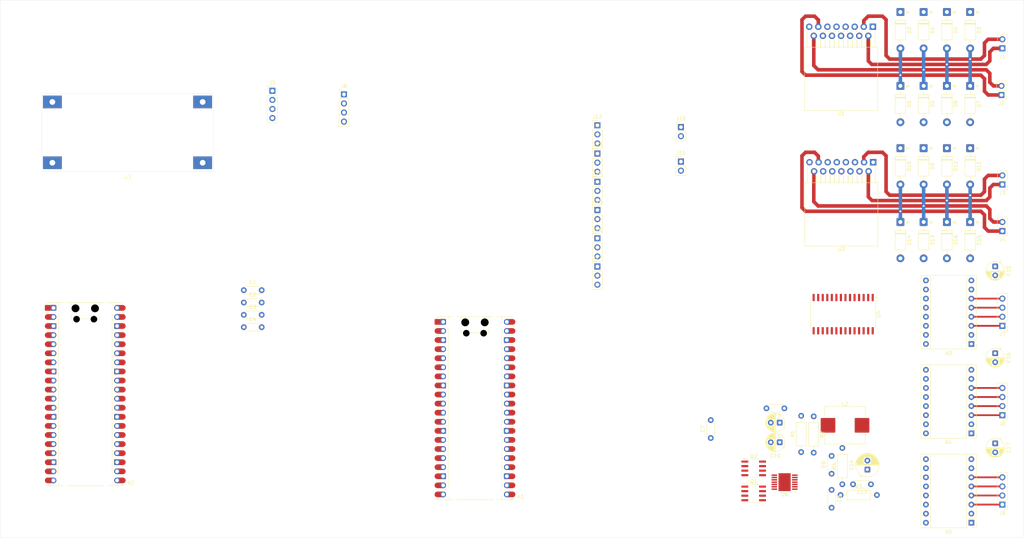
<source format=kicad_pcb>
(kicad_pcb (version 20241229) (generator "pcbnew") (generator_version "9.0")
  (layers (0 "F.Cu" signal) (2 "B.Cu" signal) (13 "F.Paste" user) (15 "B.Paste" user) (5 "F.SilkS" user "F.Silkscreen") (7 "B.SilkS" user "B.Silkscreen") (1 "F.Mask" user) (3 "B.Mask" user) (25 "Edge.Cuts" user))
  (net 0 "")
  (net 3 "I2C 0 SCL")
  (net 4 "Motor 2 Activation Pin")
  (net 5 "GNDPWR")
  (net 7 "Servo 3 PWM")
  (net 10 "Servo 2 PWM")
  (net 13 "+5VL")
  (net 16 "Servo 4 PWM")
  (net 18 "Servo 5 PWM")
  (net 20 "Motor 1 Activation Pin")
  (net 23 "Servo 1 PWM")
  (net 24 "Servo 6 PWM")
  (net 28 "Motor 3 Activation Pin")
  (net 30 "I2C 0 SDA")
  (net 33 "Motor 4 Activation Pin")
  (net 45 "I2C 1 SCL")
  (net 53 "I2C 1 SDA")
  (net 68 "Net-(A3-1A)")
  (net 69 "Net-(A3-1B)")
  (net 70 "Stepper 0 Sleep")
  (net 71 "Net-(A3-2A)")
  (net 72 "Steppers Dir")
  (net 73 "Stepper 0 Step")
  (net 74 "+12V")
  (net 75 "Net-(A3-2B)")
  (net 78 "Net-(A4-1B)")
  (net 80 "Stepper 1 Sleep")
  (net 81 "Net-(A4-2A)")
  (net 82 "Net-(A4-1A)")
  (net 85 "Net-(A4-2B)")
  (net 86 "Stepper 1 Step")
  (net 89 "Stepper 2 Sleep")
  (net 90 "Net-(A5-1B)")
  (net 91 "Net-(A5-1A)")
  (net 92 "Net-(A5-2A)")
  (net 93 "Stepper 2 Step")
  (net 96 "Net-(A5-2B)")
  (net 97 "Net-(U6-SW)")
  (net 98 "Net-(U6-BST)")
  (net 99 "Net-(U6-VCC)")
  (net 100 "Net-(U6-SS)")
  (net 101 "Net-(U6-FB)")
  (net 102 "+5VP")
  (net 103 "Net-(C14-Pad2)")
  (net 104 "Net-(D1-A)")
  (net 105 "Net-(D2-A)")
  (net 106 "Net-(D3-A)")
  (net 107 "Net-(D4-A)")
  (net 108 "Net-(D13-K)")
  (net 109 "Net-(D10-A)")
  (net 110 "Net-(D11-A)")
  (net 111 "Net-(D12-A)")
  (net 112 "Net-(J10-Pin_2)")
  (net 113 "Net-(Q1-G)")
  (net 114 "Net-(Q2-G)")
  (net 115 "Net-(U6-ILIM)")
  (net 116 "Net-(U6-RON)")
  (net 117 "Motor 1 Direction Pin 2")
  (net 118 "Motor 1 Direction Pin 1")
  (net 119 "Motor 2 Direction Pin 2")
  (net 120 "Motor 2 Direction Pin 1")
  (net 121 "Motor 4 Direction Pin 2")
  (net 122 "Motor 3 Direction Pin 1")
  (net 123 "Motor 3 Direction Pin 2")
  (net 124 "Motor 4 Direction Pin 1")
  (footprint "Connector_PinHeader_2.54mm:PinHeader_1x02_P2.54mm_Vertical" (layer "F.Cu") (at 389 76.58 180)
    (property "Reference" "J3")
    (property "Value" "Motor 2 Conn")
  )
  (footprint "Inductor_SMD:L_APV_APH1040" (layer "F.Cu") (at 345.025 143.95)
    (property "Reference" "L2")
    (property "Value" "1.8uH")
  )
  (footprint "Capacitor_THT:C_Disc_D4.3mm_W1.9mm_P5.00mm" (layer "F.Cu") (at 341.275 162 -90)
    (property "Reference" "C8")
    (property "Value" "2.2uF")
  )
  (footprint "Module:Pololu_Breakout-16_15.2x20.3mm" (layer "F.Cu") (at 380.34 121.2 180)
    (property "Reference" "A3")
    (property "Value" "Pololu_Breakout_A4988")
  )
  (footprint "Package_SO:SOIC-8_3.9x4.9mm_P1.27mm" (layer "F.Cu") (at 319.5 156)
    (property "Reference" "Q2")
    (property "Value" "IRF8714PBF")
  )
  (footprint "Resistor_THT:R_Axial_DIN0207_L6.3mm_D2.5mm_P10.16mm_Horizontal" (layer "F.Cu") (at 336.275 141.45 -90)
    (property "Reference" "R2")
    (property "Value" "82.5kΩ")
  )
  (footprint "Diode_THT:D_DO-41_SOD81_P10.16mm_Horizontal" (layer "F.Cu") (at 380 28.34 -90)
    (property "Reference" "D3")
    (property "Value" "1N4007")
  )
  (footprint "Connector_PinHeader_2.54mm:PinHeader_1x03_P2.54mm_Vertical" (layer "F.Cu") (at 275.825354 60.03)
    (property "Reference" "J12")
    (property "Value" "Servo 4 Conn")
  )
  (footprint "Diode_THT:D_DO-41_SOD81_P10.16mm_Horizontal" (layer "F.Cu") (at 367 49 -90)
    (property "Reference" "D5")
    (property "Value" "1N4007")
  )
  (footprint "Connector_PinHeader_2.54mm:PinHeader_1x04_P2.54mm_Vertical" (layer "F.Cu") (at 389 166.12 180)
    (property "Reference" "J9")
    (property "Value" "Stepper 2 Conn")
  )
  (footprint "Diode_THT:D_DO-41_SOD81_P10.16mm_Horizontal" (layer "F.Cu") (at 380 87.08 -90)
    (property "Reference" "D15")
    (property "Value" "1N4007")
  )
  (footprint "Connector_PinHeader_2.54mm:PinHeader_1x04_P2.54mm_Vertical" (layer "F.Cu") (at 205 51.38)
    (property "Reference" "J6")
    (property "Value" "I2C 1 Conn")
  )
  (footprint "Module:RaspberryPi_Pico_Common_Unspecified" (layer "F.Cu") (at 132.69 135.23)
    (property "Reference" "A2")
    (property "Value" "RaspberryPi_Pico_W")
  )
  (footprint "Connector_PinHeader_2.54mm:PinHeader_1x03_P2.54mm_Vertical" (layer "F.Cu") (at 275.825354 67.93)
    (property "Reference" "J13")
    (property "Value" "Servo 1 Conn")
  )
  (footprint "Capacitor_THT:C_Disc_D4.3mm_W1.9mm_P5.00mm" (layer "F.Cu") (at 352.275 160.45 180)
    (property "Reference" "C13")
    (property "Value" "120pF")
  )
  (footprint "Package_SO:HTSSOP-14-1EP_4.4x5mm_P0.65mm_EP3.4x5mm_Mask3x3.1mm" (layer "F.Cu") (at 328.1375 159.85 180)
    (property "Reference" "U6")
    (property "Value" "LM3150MH")
  )
  (footprint "Module:Pololu_Breakout-16_15.2x20.3mm" (layer "F.Cu") (at 380.34 146.2 180)
    (property "Reference" "A4")
    (property "Value" "Pololu_Breakout_A4988")
  )
  (footprint "Connector_PinHeader_2.54mm:PinHeader_1x03_P2.54mm_Vertical" (layer "F.Cu") (at 275.825354 75.83)
    (property "Reference" "J14")
    (property "Value" "Servo 2 Conn")
  )
  (footprint "Connector_PinHeader_2.54mm:PinHeader_1x02_P2.54mm_Vertical" (layer "F.Cu") (at 388.75 51.54 180)
    (property "Reference" "J2")
    (property "Value" "Motor 1 Conn")
  )
  (footprint "Connector_PinHeader_2.54mm:PinHeader_1x02_P2.54mm_Vertical" (layer "F.Cu") (at 389 38.5 180)
    (property "Reference" "J1")
    (property "Value" "Motor 0 Conn")
  )
  (footprint "Capacitor_THT:C_Disc_D4.3mm_W1.9mm_P5.00mm" (layer "F.Cu") (at 177 109.6)
    (property "Reference" "C2")
    (property "Value" "100nF")
  )
  (footprint "Diode_THT:D_DO-41_SOD81_P10.16mm_Horizontal" (layer "F.Cu") (at 373.5 49 -90)
    (property "Reference" "D8")
    (property "Value" "1N4007")
  )
  (footprint "Capacitor_THT:CP_Radial_D5.0mm_P2.50mm" (layer "F.Cu") (at 387 149 -90)
    (property "Reference" "C17")
    (property "Value" "100uF")
  )
  (footprint "Capacitor_THT:CP_Radial_D5.0mm_P2.50mm" (layer "F.Cu") (at 387 123.794888 -90)
    (property "Reference" "C16")
    (property "Value" "100uF")
  )
  (footprint "Diode_THT:D_DO-41_SOD81_P10.16mm_Horizontal" (layer "F.Cu") (at 373.5 66.42 -90)
    (property "Reference" "D12")
    (property "Value" "1N4007")
  )
  (footprint "Diode_THT:D_DO-41_SOD81_P10.16mm_Horizontal" (layer "F.Cu") (at 380 49 -90)
    (property "Reference" "D7")
    (property "Value" "1N4007")
  )
  (footprint "Diode_THT:D_DO-41_SOD81_P10.16mm_Horizontal" (layer "F.Cu") (at 360.5 28.34 -90)
    (property "Reference" "D2")
    (property "Value" "1N4007")
  )
  (footprint "Package_SO:SOIC-8_3.9x4.9mm_P1.27mm" (layer "F.Cu") (at 319.5 163)
    (property "Reference" "Q1")
    (property "Value" "IRF8714PBF")
  )
  (footprint "Capacitor_THT:CP_Radial_D5.0mm_P2.50mm" (layer "F.Cu") (at 387 99.5 -90)
    (property "Reference" "C15")
    (property "Value" "100uF")
  )
  (footprint "Connector_PinHeader_2.54mm:PinHeader_1x03_P2.54mm_Vertical" (layer "F.Cu") (at 275.825354 91.63)
    (property "Reference" "J16")
    (property "Value" "Servo 5 Conn")
  )
  (footprint "Capacitor_THT:CP_Radial_D5.0mm_P2.50mm" (layer "F.Cu") (at 326.775 143.2 180)
    (property "Reference" "C11")
    (property "Value" "10uF")
  )
  (footprint "Capacitor_THT:C_Disc_D4.3mm_W1.9mm_P5.00mm" (layer "F.Cu") (at 177 113.05)
    (property "Reference" "C3")
    (property "Value" "100nF")
  )
  (footprint "Module:RaspberryPi_Pico_Common_Unspecified" (layer "F.Cu") (at 241.61 139.15)
    (property "Reference" "A1")
    (property "Value" "RaspberryPi_Pico")
  )
  (footprint "Diode_THT:D_DO-41_SOD81_P10.16mm_Horizontal" (layer "F.Cu") (at 360.5 66.42 -90)
    (property "Reference" "D10")
    (property "Value" "1N4007")
  )
  (footprint "Connector_PinHeader_2.54mm:PinHeader_1x03_P2.54mm_Vertical" (layer "F.Cu") (at 275.825354 83.73)
    (property "Reference" "J15")
    (property "Value" "Servo 3 Conn")
  )
  (footprint "Connector_PinHeader_2.54mm:PinHeader_1x02_P2.54mm_Vertical" (layer "F.Cu") (at 299.170354 70.18)
    (property "Reference" "J11")
    (property "Value" "BAU")
  )
  (footprint "LM2596S-Module:LM2596S-Module" (layer "F.Cu") (at 144.5 62)
    (property "Reference" "U3")
    (property "Value" "~")
    (fp_rect (start -24 -11) (end 24 11) (stroke (width 0.05)) (fill no) (layer "Edge.Cuts"))
  )
  (footprint "Diode_THT:D_DO-41_SOD81_P10.16mm_Horizontal" (layer "F.Cu") (at 373.5 87.08 -90)
    (property "Reference" "D16")
    (property "Value" "1N4007")
  )
  (footprint "Capacitor_THT:C_Disc_D4.3mm_W1.9mm_P5.00mm" (layer "F.Cu") (at 328.069888 139.2 180)
    (property "Reference" "C12")
    (property "Value" "100nF")
  )
  (footprint "Capacitor_THT:C_Disc_D4.3mm_W1.9mm_P5.00mm" (layer "F.Cu") (at 177 106.15)
    (property "Reference" "C1")
    (property "Value" "100nF")
  )
  (footprint "Package_SO:SOIC-28W_7.5x17.9mm_P1.27mm" (layer "F.Cu") (at 344.515 112.85 -90)
    (property "Reference" "U4")
    (property "Value" "MCP23017_SO")
  )
  (footprint "Diode_THT:D_DO-41_SOD81_P10.16mm_Horizontal" (layer "F.Cu") (at 373.5 28.34 -90)
    (property "Reference" "D4")
    (property "Value" "1N4007")
  )
  (footprint "Module:Pololu_Breakout-16_15.2x20.3mm" (layer "F.Cu") (at 380.34 171.2 180)
    (property "Reference" "A5")
    (property "Value" "Pololu_Breakout_A4988")
  )
  (footprint "Connector_PinHeader_2.54mm:PinHeader_1x03_P2.54mm_Vertical" (layer "F.Cu") (at 275.825354 99.53)
    (property "Reference" "J17")
    (property "Value" "Servo 6 Conn")
  )
  (footprint "Capacitor_THT:C_Disc_D4.3mm_W1.9mm_P5.00mm" (layer "F.Cu") (at 307.5 147.5 90)
    (property "Reference" "C7")
    (property "Value" "470nF")
  )
  (footprint "Diode_THT:D_DO-41_SOD81_P10.16mm_Horizontal" (layer "F.Cu") (at 367 28.34 -90)
    (property "Reference" "D1")
    (property "Value" "1N4007")
  )
  (footprint "Diode_THT:D_DO-41_SOD81_P10.16mm_Horizontal" (layer "F.Cu") (at 367 66.42 -90)
    (property "Reference" "D9")
    (property "Value" "1N4007")
  )
  (footprint "Resistor_THT:R_Axial_DIN0207_L6.3mm_D2.5mm_P10.16mm_Horizontal" (layer "F.Cu") (at 344.275 160.45 90)
    (property "Reference" "R4")
    (property "Value" "10kΩ")
  )
  (footprint "Capacitor_THT:CP_Radial_D6.3mm_P2.50mm" (layer "F.Cu") (at 351.275 156.317677 90)
    (property "Reference" "C14")
    (property "Value" "120uF")
  )
  (footprint "Package_TO_SOT_THT:TO-220-15_P2.54x2.54mm_StaggerOdd_Lead5.84mm_TabDown" (layer "F.Cu") (at 352.81 32.46 180)
    (property "Reference" "U1")
    (property "Value" "L298HN")
  )
  (footprint "Capacitor_THT:C_Disc_D4.3mm_W1.9mm_P5.00mm" (layer "F.Cu") (at 177 116.5)
    (property "Reference" "C4")
    (property "Value" "100nF")
  )
  (footprint "Resistor_THT:R_Axial_DIN0207_L6.3mm_D2.5mm_P10.16mm_Horizontal" (layer "F.Cu") (at 343.775 163.45)
    (property "Reference" "R3")
    (property "Value" "73.2kΩ")
  )
  (footprint "Capacitor_THT:C_Disc_D4.3mm_W1.9mm_P5.00mm" (layer "F.Cu") (at 341.275 157.5 90)
    (property "Reference" "C9")
    (property "Value" "15nF")
  )
  (footprint "Connector_PinHeader_2.54mm:PinHeader_1x04_P2.54mm_Vertical" (layer "F.Cu") (at 185 50.38)
    (property "Reference" "J5")
    (property "Value" "I2C 0 Conn")
  )
  (footprint "Diode_THT:D_DO-41_SOD81_P10.16mm_Horizontal" (layer "F.Cu") (at 380 66.42 -90)
    (property "Reference" "D11")
    (property "Value" "1N4007")
  )
  (footprint "Package_TO_SOT_THT:TO-220-15_P2.54x2.54mm_StaggerOdd_Lead5.84mm_TabDown" (layer "F.Cu") (at 352.89 70.36 180)
    (property "Reference" "U2")
    (property "Value" "L298HN")
  )
  (footprint "Diode_THT:D_DO-41_SOD81_P10.16mm_Horizontal" (layer "F.Cu") (at 360.5 49 -90)
    (property "Reference" "D6")
    (property "Value" "1N4007")
  )
  (footprint "Connector_PinHeader_2.54mm:PinHeader_1x04_P2.54mm_Vertical" (layer "F.Cu") (at 389 141.12 180)
    (property "Reference" "J8")
    (property "Value" "Stepper 1 Conn")
  )
  (footprint "Diode_THT:D_DO-41_SOD81_P10.16mm_Horizontal" (layer "F.Cu") (at 360.5 87.08 -90)
    (property "Reference" "D14")
    (property "Value" "1N4007")
  )
  (footprint "Connector_PinHeader_2.54mm:PinHeader_1x02_P2.54mm_Vertical" (layer "F.Cu") (at 389 89.62 180)
    (property "Reference" "J4")
    (property "Value" "Motor 3 Conn")
  )
  (footprint "Connector_PinHeader_2.54mm:PinHeader_1x04_P2.54mm_Vertical" (layer "F.Cu") (at 389 116.12 180)
    (property "Reference" "J7")
    (property "Value" "Stepper 0 Conn")
  )
  (footprint "Capacitor_THT:CP_Radial_D5.0mm_P2.50mm" (layer "F.Cu") (at 326.775 148.7 180)
    (property "Reference" "C10")
    (property "Value" "10uF")
  )
  (footprint "Diode_THT:D_DO-41_SOD81_P10.16mm_Horizontal" (layer "F.Cu") (at 367 87.08 -90)
    (property "Reference" "D13")
    (property "Value" "1N4007")
  )
  (footprint "Resistor_THT:R_Axial_DIN0207_L6.3mm_D2.5mm_P10.16mm_Horizontal" (layer "F.Cu") (at 332.775 151.45 90)
    (property "Reference" "R1")
    (property "Value" "665Ω")
  )
  (footprint "Connector_PinHeader_2.54mm:PinHeader_1x02_P2.54mm_Vertical" (layer "F.Cu") (at 299.170354 60.53)
    (property "Reference" "J10")
    (property "Value" "12V Battery")
  )
  (gr_rect (start 108.89 25) (end 395 175.44) (stroke (width 0.05)) (fill no) (layer "Edge.Cuts"))
  (segment (start 380.34 113.58) (end 389 113.58) (width 0.5) (layer "F.Cu") (net 68))
  (segment (start 389 116.12) (end 380.34 116.12) (width 0.5) (layer "F.Cu") (net 69))
  (segment (start 389 111.04) (end 380.34 111.04) (width 0.5) (layer "F.Cu") (net 71))
  (segment (start 389 108.5) (end 380.34 108.5) (width 0.5) (layer "F.Cu") (net 75))
  (segment (start 380.34 141.12) (end 389 141.12) (width 0.5) (layer "F.Cu") (net 78))
  (segment (start 380.34 136.04) (end 389 136.04) (width 0.5) (layer "F.Cu") (net 81))
  (segment (start 389 138.58) (end 380.34 138.58) (width 0.5) (layer "F.Cu") (net 82))
  (segment (start 389 133.5) (end 380.34 133.5) (width 0.5) (layer "F.Cu") (net 85))
  (segment (start 380.34 166.12) (end 389 166.12) (width 0.5) (layer "F.Cu") (net 90))
  (segment (start 389 163.58) (end 380.34 163.58) (width 0.5) (layer "F.Cu") (net 91))
  (segment (start 380.34 161.04) (end 389 161.04) (width 0.5) (layer "F.Cu") (net 92))
  (segment (start 389 158.5) (end 380.34 158.5) (width 0.5) (layer "F.Cu") (net 96))
  (segment (start 337.5 44.5) (end 336.3 43.3) (width 1) (layer "F.Cu") (net 104))
  (segment (start 336.3 43.3) (end 336.3 35) (width 1) (layer "F.Cu") (net 104))
  (segment (start 367 44.5) (end 337.5 44.5) (width 1) (layer "F.Cu") (net 104))
  (segment (start 385.5 48) (end 386.5 49) (width 1) (layer "F.Cu") (net 104))
  (segment (start 386.5 49) (end 388.75 49) (width 1) (layer "F.Cu") (net 104))
  (segment (start 384.5 44.5) (end 385.5 45.5) (width 1) (layer "F.Cu") (net 104))
  (segment (start 384.5 44.5) (end 367 44.5) (width 1) (layer "F.Cu") (net 104))
  (segment (start 385.5 45.5) (end 385.5 48) (width 1) (layer "F.Cu") (net 104))
  (via (at 367 44.5) (size 1) (drill 0.5) (layers "F.Cu" "B.Cu") (net 104))
  (segment (start 367 49) (end 367 44.5) (width 1) (layer "B.Cu") (net 104))
  (segment (start 367 38.5) (end 367 44.5) (width 1) (layer "B.Cu") (net 104))
  (segment (start 336.5 29.5) (end 337.57 30.57) (width 1) (layer "F.Cu") (net 105))
  (segment (start 383 46) (end 384 47) (width 1) (layer "F.Cu") (net 105))
  (segment (start 333 45) (end 333 30.5) (width 1) (layer "F.Cu") (net 105))
  (segment (start 334 46) (end 333 45) (width 1) (layer "F.Cu") (net 105))
  (segment (start 337.57 30.57) (end 337.57 32.46) (width 1) (layer "F.Cu") (net 105))
  (segment (start 384 50.5) (end 385.04 51.54) (width 1) (layer "F.Cu") (net 105))
  (segment (start 384 47) (end 384 50.5) (width 1) (layer "F.Cu") (net 105))
  (segment (start 333 30.5) (end 334 29.5) (width 1) (layer "F.Cu") (net 105))
  (segment (start 334 29.5) (end 336.5 29.5) (width 1) (layer "F.Cu") (net 105))
  (segment (start 385.04 51.54) (end 388.75 51.54) (width 1) (layer "F.Cu") (net 105))
  (segment (start 360.5 46) (end 334 46) (width 1) (layer "F.Cu") (net 105))
  (segment (start 360.5 46) (end 383 46) (width 1) (layer "F.Cu") (net 105))
  (via (at 360.5 46) (size 1) (drill 0.5) (layers "F.Cu" "B.Cu") (net 105))
  (segment (start 360.5 38.5) (end 360.5 46) (width 1) (layer "B.Cu") (net 105))
  (segment (start 360.5 49) (end 360.5 46) (width 1) (layer "B.Cu") (net 105))
  (segment (start 355.5 29.5) (end 351.5 29.5) (width 1) (layer "F.Cu") (net 106))
  (segment (start 389 35.96) (end 388.96 36) (width 1) (layer "F.Cu") (net 106))
  (segment (start 356.5 30.5) (end 355.5 29.5) (width 1) (layer "F.Cu") (net 106))
  (segment (start 356.5 40.5) (end 356.5 30.5) (width 1) (layer "F.Cu") (net 106))
  (segment (start 357.5 41.5) (end 356.5 40.5) (width 1) (layer "F.Cu") (net 106))
  (segment (start 350.27 30.73) (end 350.27 32.46) (width 1) (layer "F.Cu") (net 106))
  (segment (start 384 40.5) (end 384 37) (width 1) (layer "F.Cu") (net 106))
  (segment (start 383 41.5) (end 384 40.5) (width 1) (layer "F.Cu") (net 106))
  (segment (start 380 41.5) (end 383 41.5) (width 1) (layer "F.Cu") (net 106))
  (segment (start 384 37) (end 385.04 35.96) (width 1) (layer "F.Cu") (net 106))
  (segment (start 380 41.5) (end 357.5 41.5) (width 1) (layer "F.Cu") (net 106))
  (segment (start 385.04 35.96) (end 389 35.96) (width 1) (layer "F.Cu") (net 106))
  (segment (start 351.5 29.5) (end 350.27 30.73) (width 1) (layer "F.Cu") (net 106))
  (via (at 380 41.5) (size 1) (drill 0.5) (layers "F.Cu" "B.Cu") (net 106))
  (segment (start 380 38.5) (end 380 41.5) (width 1) (layer "B.Cu") (net 106))
  (segment (start 380 41.5) (end 380 49) (width 1) (layer "B.Cu") (net 106))
  (segment (start 352.5 43) (end 351.54 42.04) (width 1) (layer "F.Cu") (net 107))
  (segment (start 385.5 39.5) (end 386.5 38.5) (width 1) (layer "F.Cu") (net 107))
  (segment (start 373.5 43) (end 384.5 43) (width 1) (layer "F.Cu") (net 107))
  (segment (start 386.5 38.5) (end 389 38.5) (width 1) (layer "F.Cu") (net 107))
  (segment (start 351.54 42.04) (end 351.54 35) (width 1) (layer "F.Cu") (net 107))
  (segment (start 385.5 42) (end 385.5 39.5) (width 1) (layer "F.Cu") (net 107))
  (segment (start 384.5 43) (end 385.5 42) (width 1) (layer "F.Cu") (net 107))
  (segment (start 373.5 43) (end 352.5 43) (width 1) (layer "F.Cu") (net 107))
  (via (at 373.5 43) (size 1) (drill 0.5) (layers "F.Cu" "B.Cu") (net 107))
  (segment (start 373.5 38.5) (end 373.5 43) (width 1) (layer "B.Cu") (net 107))
  (segment (start 373.5 49) (end 373.5 43) (width 1) (layer "B.Cu") (net 107))
  (segment (start 336.3 81.38) (end 336.3 73.08) (width 1) (layer "F.Cu") (net 108))
  (segment (start 384.5 82.58) (end 385.5 83.58) (width 1) (layer "F.Cu") (net 108))
  (segment (start 385.5 86.08) (end 386.5 87.08) (width 1) (layer "F.Cu") (net 108))
  (segment (start 367 82.58) (end 337.5 82.58) (width 1) (layer "F.Cu") (net 108))
  (segment (start 385.5 83.58) (end 385.5 86.08) (width 1) (layer "F.Cu") (net 108))
  (segment (start 384.5 82.58) (end 367 82.58) (width 1) (layer "F.Cu") (net 108))
  (segment (start 337.5 82.58) (end 336.3 81.38) (width 1) (layer "F.Cu") (net 108))
  (segment (start 386.5 87.08) (end 388.75 87.08) (width 1) (layer "F.Cu") (net 108))
  (via (at 367 82.58) (size 1) (drill 0.5) (layers "F.Cu" "B.Cu") (net 108))
  (segment (start 367 76.58) (end 367 82.58) (width 1) (layer "B.Cu") (net 108))
  (segment (start 367 87.08) (end 367 82.58) (width 1) (layer "B.Cu") (net 108))
  (segment (start 384 85.08) (end 384 88.58) (width 1) (layer "F.Cu") (net 109))
  (segment (start 383 84.08) (end 384 85.08) (width 1) (layer "F.Cu") (net 109))
  (segment (start 333 68.58) (end 334 67.58) (width 1) (layer "F.Cu") (net 109))
  (segment (start 385.04 89.62) (end 388.75 89.62) (width 1) (layer "F.Cu") (net 109))
  (segment (start 384 88.58) (end 385.04 89.62) (width 1) (layer "F.Cu") (net 109))
  (segment (start 360.5 84.08) (end 383 84.08) (width 1) (layer "F.Cu") (net 109))
  (segment (start 337.57 68.65) (end 337.57 70.54) (width 1) (layer "F.Cu") (net 109))
  (segment (start 360.5 84.08) (end 334 84.08) (width 1) (layer "F.Cu") (net 109))
  (segment (start 334 67.58) (end 336.5 67.58) (width 1) (layer "F.Cu") (net 109))
  (segment (start 333 83.08) (end 333 68.58) (width 1) (layer "F.Cu") (net 109))
  (segment (start 336.5 67.58) (end 337.57 68.65) (width 1) (layer "F.Cu") (net 109))
  (segment (start 334 84.08) (end 333 83.08) (width 1) (layer "F.Cu") (net 109))
  (via (at 360.5 84.08) (size 1) (drill 0.5) (layers "F.Cu" "B.Cu") (net 109))
  (segment (start 360.5 76.58) (end 360.5 84.08) (width 1) (layer "B.Cu") (net 109))
  (segment (start 360.5 87.08) (end 360.5 84.08) (width 1) (layer "B.Cu") (net 109))
  (segment (start 384 75.08) (end 385.04 74.04) (width 1) (layer "F.Cu") (net 110))
  (segment (start 383 79.58) (end 384 78.58) (width 1) (layer "F.Cu") (net 110))
  (segment (start 384 78.58) (end 384 75.08) (width 1) (layer "F.Cu") (net 110))
  (segment (start 356.5 78.58) (end 356.5 68.58) (width 1) (layer "F.Cu") (net 110))
  (segment (start 355.5 67.58) (end 351.5 67.58) (width 1) (layer "F.Cu") (net 110))
  (segment (start 380 79.58) (end 357.5 79.58) (width 1) (layer "F.Cu") (net 110))
  (segment (start 356.5 68.58) (end 355.5 67.58) (width 1) (layer "F.Cu") (net 110))
  (segment (start 380 79.58) (end 383 79.58) (width 1) (layer "F.Cu") (net 110))
  (segment (start 351.5 67.58) (end 350.27 68.81) (width 1) (layer "F.Cu") (net 110))
  (segment (start 385.04 74.04) (end 389 74.04) (width 1) (layer "F.Cu") (net 110))
  (segment (start 350.27 68.81) (end 350.27 70.54) (width 1) (layer "F.Cu") (net 110))
  (segment (start 357.5 79.58) (end 356.5 78.58) (width 1) (layer "F.Cu") (net 110))
  (via (at 380 79.58) (size 1) (drill 0.5) (layers "F.Cu" "B.Cu") (net 110))
  (segment (start 380 76.58) (end 380 79.58) (width 1) (layer "B.Cu") (net 110))
  (segment (start 380 79.58) (end 380 87.08) (width 1) (layer "B.Cu") (net 110))
  (segment (start 352.58 81.08) (end 351.54 80.04) (width 1) (layer "F.Cu") (net 111))
  (segment (start 373.5 81.08) (end 352.58 81.08) (width 1) (layer "F.Cu") (net 111))
  (segment (start 351.54 80.04) (end 351.54 73.4) (width 1) (layer "F.Cu") (net 111))
  (segment (start 384.5 81.08) (end 385.5 80.08) (width 1) (layer "F.Cu") (net 111))
  (segment (start 385.5 77.58) (end 386.5 76.58) (width 1) (layer "F.Cu") (net 111))
  (segment (start 373.5 81.08) (end 384.5 81.08) (width 1) (layer "F.Cu") (net 111))
  (segment (start 385.5 80.08) (end 385.5 77.58) (width 1) (layer "F.Cu") (net 111))
  (segment (start 386.5 76.58) (end 389 76.58) (width 1) (layer "F.Cu") (net 111))
  (via (at 373.5 81.08) (size 1) (drill 0.5) (layers "F.Cu" "B.Cu") (net 111))
  (segment (start 373.5 87.08) (end 373.5 81.08) (width 1) (layer "B.Cu") (net 111))
  (segment (start 373.5 76.58) (end 373.5 81.08) (width 1) (layer "B.Cu") (net 111))
)
</source>
